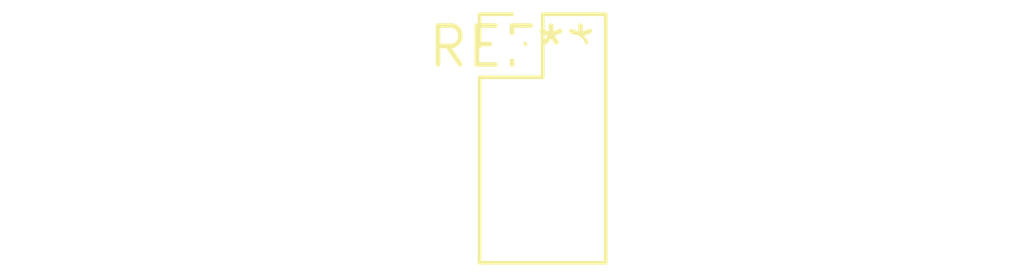
<source format=kicad_pcb>
(kicad_pcb (version 20240108) (generator pcbnew)
  (layers (0 "F.Cu" signal) (31 "B.Cu" signal) (34 "B.Paste" user) (35 "F.Paste" user) (36 "B.SilkS" user "B.Silkscreen") (37 "F.SilkS" user "F.Silkscreen") (38 "B.Mask" user) (39 "F.Mask" user) (44 "Edge.Cuts" user))
  (net 0 "")
  (footprint "PinHeader_2x04_P2.00mm_Vertical" (layer "F.Cu") (at 0 0)
    (property "Reference" "REF**")
    (property "Value" "PinHeader_2x04_P2.00mm_Vertical")
    (fp_line (start -1.06 -1.06) (end 0 -1.06) (layer "F.SilkS") (stroke (width 0.12)))
    (fp_line (start -1.06 0) (end -1.06 -1.06) (layer "F.SilkS") (stroke (width 0.12)))
    (fp_line (start -1.06 1) (end -1.06 7.06) (layer "F.SilkS") (stroke (width 0.12)))
    (fp_line (start -1.06 1) (end 1 1) (layer "F.SilkS") (stroke (width 0.12)))
    (fp_line (start -1.06 7.06) (end 3.06 7.06) (layer "F.SilkS") (stroke (width 0.12)))
    (fp_line (start 1 -1.06) (end 3.06 -1.06) (layer "F.SilkS") (stroke (width 0.12)))
    (fp_line (start 1 1) (end 1 -1.06) (layer "F.SilkS") (stroke (width 0.12)))
    (fp_line (start 3.06 -1.06) (end 3.06 7.06) (layer "F.SilkS") (stroke (width 0.12)))
    (pad "1" thru_hole rect (at 0 0) (size 1.35 1.35) (drill 0.8) (layers *.Cu *.Mask) (remove_unused_layers))
    (pad "2" thru_hole oval (at 2 0) (size 1.35 1.35) (drill 0.8) (layers *.Cu *.Mask) (remove_unused_layers))
    (pad "3" thru_hole oval (at 0 2) (size 1.35 1.35) (drill 0.8) (layers *.Cu *.Mask) (remove_unused_layers))
    (pad "4" thru_hole oval (at 2 2) (size 1.35 1.35) (drill 0.8) (layers *.Cu *.Mask) (remove_unused_layers))
    (pad "5" thru_hole oval (at 0 4) (size 1.35 1.35) (drill 0.8) (layers *.Cu *.Mask) (remove_unused_layers))
    (pad "6" thru_hole oval (at 2 4) (size 1.35 1.35) (drill 0.8) (layers *.Cu *.Mask) (remove_unused_layers))
    (pad "7" thru_hole oval (at 0 6) (size 1.35 1.35) (drill 0.8) (layers *.Cu *.Mask) (remove_unused_layers))
    (pad "8" thru_hole oval (at 2 6) (size 1.35 1.35) (drill 0.8) (layers *.Cu *.Mask) (remove_unused_layers))
  )
)
</source>
